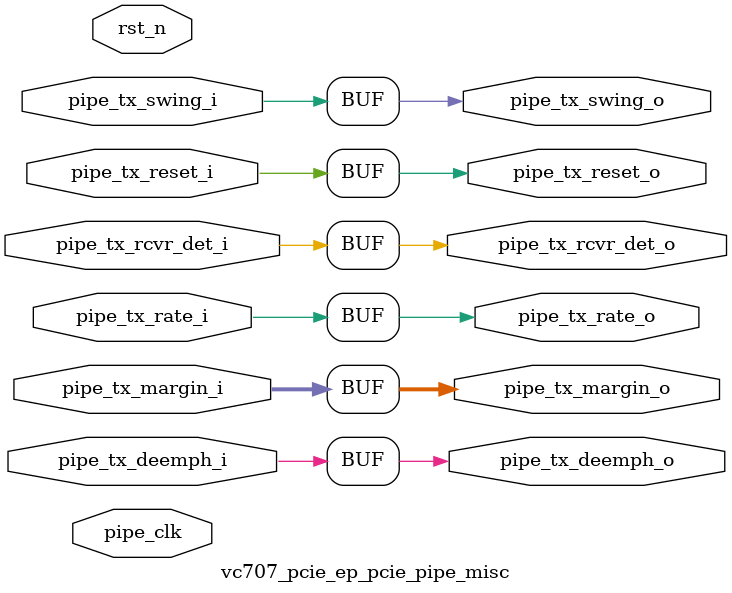
<source format=v>

`timescale 1ps/1ps

(* DowngradeIPIdentifiedWarnings = "yes" *)
module vc707_pcie_ep_pcie_pipe_misc #
(
    parameter        PIPE_PIPELINE_STAGES = 0,    // 0 - 0 stages, 1 - 1 stage, 2 - 2 stages
    parameter TCQ  = 1 // synthesis warning solved: parameter declaration becomes local
)
(

    input   wire        pipe_tx_rcvr_det_i       ,     // PIPE Tx Receiver Detect
    input   wire        pipe_tx_reset_i          ,     // PIPE Tx Reset
    input   wire        pipe_tx_rate_i           ,     // PIPE Tx Rate
    input   wire        pipe_tx_deemph_i         ,     // PIPE Tx Deemphasis
    input   wire [2:0]  pipe_tx_margin_i         ,     // PIPE Tx Margin
    input   wire        pipe_tx_swing_i          ,     // PIPE Tx Swing

    output  wire        pipe_tx_rcvr_det_o       ,     // Pipelined PIPE Tx Receiver Detect
    output  wire        pipe_tx_reset_o          ,     // Pipelined PIPE Tx Reset
    output  wire        pipe_tx_rate_o           ,     // Pipelined PIPE Tx Rate
    output  wire        pipe_tx_deemph_o         ,     // Pipelined PIPE Tx Deemphasis
    output  wire [2:0]  pipe_tx_margin_o         ,     // Pipelined PIPE Tx Margin
    output  wire        pipe_tx_swing_o          ,     // Pipelined PIPE Tx Swing

    input   wire        pipe_clk                ,      // PIPE Clock
    input   wire        rst_n                          // Reset
);

//******************************************************************//
// Reality check.                                                   //
//******************************************************************//

//    parameter TCQ  = 1;      // clock to out delay model

    generate

    if (PIPE_PIPELINE_STAGES == 0) begin : pipe_stages_0

        assign pipe_tx_rcvr_det_o = pipe_tx_rcvr_det_i;
        assign pipe_tx_reset_o  = pipe_tx_reset_i;
        assign pipe_tx_rate_o = pipe_tx_rate_i;
        assign pipe_tx_deemph_o = pipe_tx_deemph_i;
        assign pipe_tx_margin_o = pipe_tx_margin_i;
        assign pipe_tx_swing_o = pipe_tx_swing_i;

    end // if (PIPE_PIPELINE_STAGES == 0)
    else if (PIPE_PIPELINE_STAGES == 1) begin : pipe_stages_1

    reg                pipe_tx_rcvr_det_q       ;
    reg                pipe_tx_reset_q          ;
    reg                pipe_tx_rate_q           ;
    reg                pipe_tx_deemph_q         ;
    reg [2:0]          pipe_tx_margin_q         ;
    reg                pipe_tx_swing_q          ;

        always @(posedge pipe_clk) begin

        if (rst_n)
        begin

            pipe_tx_rcvr_det_q <= #TCQ 0;
            pipe_tx_reset_q  <= #TCQ 1'b1;
            pipe_tx_rate_q <= #TCQ 0;
            pipe_tx_deemph_q <= #TCQ 1'b1;
            pipe_tx_margin_q <= #TCQ 0;
            pipe_tx_swing_q <= #TCQ 0;

        end
        else
        begin

            pipe_tx_rcvr_det_q <= #TCQ pipe_tx_rcvr_det_i;
            pipe_tx_reset_q  <= #TCQ pipe_tx_reset_i;
            pipe_tx_rate_q <= #TCQ pipe_tx_rate_i;
            pipe_tx_deemph_q <= #TCQ pipe_tx_deemph_i;
            pipe_tx_margin_q <= #TCQ pipe_tx_margin_i;
            pipe_tx_swing_q <= #TCQ pipe_tx_swing_i;

          end

        end

        assign pipe_tx_rcvr_det_o = pipe_tx_rcvr_det_q;
        assign pipe_tx_reset_o  = pipe_tx_reset_q;
        assign pipe_tx_rate_o = pipe_tx_rate_q;
        assign pipe_tx_deemph_o = pipe_tx_deemph_q;
        assign pipe_tx_margin_o = pipe_tx_margin_q;
        assign pipe_tx_swing_o = pipe_tx_swing_q;

    end // if (PIPE_PIPELINE_STAGES == 1)
    else if (PIPE_PIPELINE_STAGES == 2) begin : pipe_stages_2

    reg                pipe_tx_rcvr_det_q       ;
    reg                pipe_tx_reset_q          ;
    reg                pipe_tx_rate_q           ;
    reg                pipe_tx_deemph_q         ;
    reg [2:0]          pipe_tx_margin_q         ;
    reg                pipe_tx_swing_q          ;

    reg                pipe_tx_rcvr_det_qq      ;
    reg                pipe_tx_reset_qq         ;
    reg                pipe_tx_rate_qq          ;
    reg                pipe_tx_deemph_qq        ;
    reg [2:0]          pipe_tx_margin_qq        ;
    reg                pipe_tx_swing_qq         ;

        always @(posedge pipe_clk) begin

        if (rst_n)
        begin

            pipe_tx_rcvr_det_q <= #TCQ 0;
            pipe_tx_reset_q  <= #TCQ 1'b1;
            pipe_tx_rate_q <= #TCQ 0;
            pipe_tx_deemph_q <= #TCQ 1'b1;
            pipe_tx_margin_q <= #TCQ 0;
            pipe_tx_swing_q <= #TCQ 0;

            pipe_tx_rcvr_det_qq <= #TCQ 0;
            pipe_tx_reset_qq  <= #TCQ 1'b1;
            pipe_tx_rate_qq <= #TCQ 0;
            pipe_tx_deemph_qq <= #TCQ 1'b1;
            pipe_tx_margin_qq <= #TCQ 0;
            pipe_tx_swing_qq <= #TCQ 0;

        end
        else
        begin

            pipe_tx_rcvr_det_q <= #TCQ pipe_tx_rcvr_det_i;
            pipe_tx_reset_q  <= #TCQ pipe_tx_reset_i;
            pipe_tx_rate_q <= #TCQ pipe_tx_rate_i;
            pipe_tx_deemph_q <= #TCQ pipe_tx_deemph_i;
            pipe_tx_margin_q <= #TCQ pipe_tx_margin_i;
            pipe_tx_swing_q <= #TCQ pipe_tx_swing_i;

            pipe_tx_rcvr_det_qq <= #TCQ pipe_tx_rcvr_det_q;
            pipe_tx_reset_qq  <= #TCQ pipe_tx_reset_q;
            pipe_tx_rate_qq <= #TCQ pipe_tx_rate_q;
            pipe_tx_deemph_qq <= #TCQ pipe_tx_deemph_q;
            pipe_tx_margin_qq <= #TCQ pipe_tx_margin_q;
            pipe_tx_swing_qq <= #TCQ pipe_tx_swing_q;

          end

        end

        assign pipe_tx_rcvr_det_o = pipe_tx_rcvr_det_qq;
        assign pipe_tx_reset_o  = pipe_tx_reset_qq;
        assign pipe_tx_rate_o = pipe_tx_rate_qq;
        assign pipe_tx_deemph_o = pipe_tx_deemph_qq;
        assign pipe_tx_margin_o = pipe_tx_margin_qq;
        assign pipe_tx_swing_o = pipe_tx_swing_qq;

    end // if (PIPE_PIPELINE_STAGES == 2)

    endgenerate

endmodule


</source>
